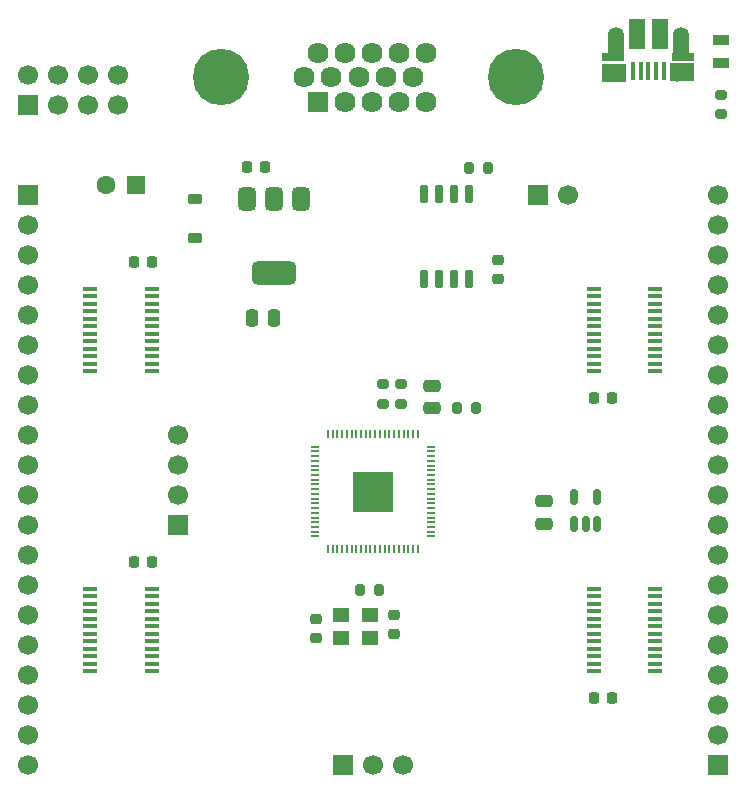
<source format=gts>
G04 #@! TF.GenerationSoftware,KiCad,Pcbnew,9.0.1*
G04 #@! TF.CreationDate,2025-04-14T17:52:09+10:00*
G04 #@! TF.ProjectId,RP2350B_LevelShift,52503233-3530-4425-9f4c-6576656c5368,rev?*
G04 #@! TF.SameCoordinates,Original*
G04 #@! TF.FileFunction,Soldermask,Top*
G04 #@! TF.FilePolarity,Negative*
%FSLAX46Y46*%
G04 Gerber Fmt 4.6, Leading zero omitted, Abs format (unit mm)*
G04 Created by KiCad (PCBNEW 9.0.1) date 2025-04-14 17:52:09*
%MOMM*%
%LPD*%
G01*
G04 APERTURE LIST*
G04 Aperture macros list*
%AMRoundRect*
0 Rectangle with rounded corners*
0 $1 Rounding radius*
0 $2 $3 $4 $5 $6 $7 $8 $9 X,Y pos of 4 corners*
0 Add a 4 corners polygon primitive as box body*
4,1,4,$2,$3,$4,$5,$6,$7,$8,$9,$2,$3,0*
0 Add four circle primitives for the rounded corners*
1,1,$1+$1,$2,$3*
1,1,$1+$1,$4,$5*
1,1,$1+$1,$6,$7*
1,1,$1+$1,$8,$9*
0 Add four rect primitives between the rounded corners*
20,1,$1+$1,$2,$3,$4,$5,0*
20,1,$1+$1,$4,$5,$6,$7,0*
20,1,$1+$1,$6,$7,$8,$9,0*
20,1,$1+$1,$8,$9,$2,$3,0*%
G04 Aperture macros list end*
%ADD10RoundRect,0.150000X0.150000X-0.512500X0.150000X0.512500X-0.150000X0.512500X-0.150000X-0.512500X0*%
%ADD11R,0.780000X0.220000*%
%ADD12R,0.220000X0.780000*%
%ADD13C,0.425000*%
%ADD14R,3.400000X3.400000*%
%ADD15RoundRect,0.225000X-0.375000X0.225000X-0.375000X-0.225000X0.375000X-0.225000X0.375000X0.225000X0*%
%ADD16RoundRect,0.200000X-0.275000X0.200000X-0.275000X-0.200000X0.275000X-0.200000X0.275000X0.200000X0*%
%ADD17R,1.400000X0.950000*%
%ADD18R,1.700000X1.700000*%
%ADD19C,1.700000*%
%ADD20RoundRect,0.250000X-0.475000X0.250000X-0.475000X-0.250000X0.475000X-0.250000X0.475000X0.250000X0*%
%ADD21RoundRect,0.200000X0.200000X0.275000X-0.200000X0.275000X-0.200000X-0.275000X0.200000X-0.275000X0*%
%ADD22R,1.400000X1.200000*%
%ADD23RoundRect,0.225000X-0.250000X0.225000X-0.250000X-0.225000X0.250000X-0.225000X0.250000X0.225000X0*%
%ADD24RoundRect,0.150000X-0.150000X0.650000X-0.150000X-0.650000X0.150000X-0.650000X0.150000X0.650000X0*%
%ADD25R,0.400000X1.650000*%
%ADD26R,1.825000X0.700000*%
%ADD27R,2.000000X1.500000*%
%ADD28R,1.350000X2.000000*%
%ADD29O,1.350000X1.700000*%
%ADD30O,1.100000X1.500000*%
%ADD31R,1.430000X2.500000*%
%ADD32C,4.770000*%
%ADD33R,1.785000X1.785000*%
%ADD34C,1.785000*%
%ADD35RoundRect,0.200000X-0.200000X-0.275000X0.200000X-0.275000X0.200000X0.275000X-0.200000X0.275000X0*%
%ADD36RoundRect,0.225000X0.225000X0.250000X-0.225000X0.250000X-0.225000X-0.250000X0.225000X-0.250000X0*%
%ADD37R,1.600000X1.600000*%
%ADD38C,1.600000*%
%ADD39RoundRect,0.375000X-0.375000X0.625000X-0.375000X-0.625000X0.375000X-0.625000X0.375000X0.625000X0*%
%ADD40RoundRect,0.500000X-1.400000X0.500000X-1.400000X-0.500000X1.400000X-0.500000X1.400000X0.500000X0*%
%ADD41R,1.200000X0.400000*%
%ADD42RoundRect,0.225000X-0.225000X-0.250000X0.225000X-0.250000X0.225000X0.250000X-0.225000X0.250000X0*%
%ADD43RoundRect,0.250000X-0.250000X-0.475000X0.250000X-0.475000X0.250000X0.475000X-0.250000X0.475000X0*%
%ADD44RoundRect,0.200000X0.275000X-0.200000X0.275000X0.200000X-0.275000X0.200000X-0.275000X-0.200000X0*%
%ADD45RoundRect,0.225000X0.250000X-0.225000X0.250000X0.225000X-0.250000X0.225000X-0.250000X-0.225000X0*%
G04 APERTURE END LIST*
D10*
X183435000Y-124337500D03*
X184385000Y-124337500D03*
X185335000Y-124337500D03*
X185335000Y-122062500D03*
X183435000Y-122062500D03*
D11*
X161473500Y-117825000D03*
X161473500Y-118225000D03*
X161473500Y-118625000D03*
X161473500Y-119025000D03*
X161473500Y-119425000D03*
X161473500Y-119825000D03*
X161473500Y-120225000D03*
X161473500Y-120625000D03*
X161473500Y-121025000D03*
X161473500Y-121425000D03*
X161473500Y-121825000D03*
X161473500Y-122225000D03*
X161473500Y-122625000D03*
X161473500Y-123025000D03*
X161473500Y-123425000D03*
X161473500Y-123825000D03*
X161473500Y-124225000D03*
X161473500Y-124625000D03*
X161473500Y-125025000D03*
X161473500Y-125425000D03*
D12*
X162570000Y-126521500D03*
X162970000Y-126521500D03*
X163370000Y-126521500D03*
X163770000Y-126521500D03*
X164170000Y-126521500D03*
X164570000Y-126521500D03*
X164970000Y-126521500D03*
X165370000Y-126521500D03*
X165770000Y-126521500D03*
X166170000Y-126521500D03*
X166570000Y-126521500D03*
X166970000Y-126521500D03*
X167370000Y-126521500D03*
X167770000Y-126521500D03*
X168170000Y-126521500D03*
X168570000Y-126521500D03*
X168970000Y-126521500D03*
X169370000Y-126521500D03*
X169770000Y-126521500D03*
X170170000Y-126521500D03*
D11*
X171266500Y-125425000D03*
X171266500Y-125025000D03*
X171266500Y-124625000D03*
X171266500Y-124225000D03*
X171266500Y-123825000D03*
X171266500Y-123425000D03*
X171266500Y-123025000D03*
X171266500Y-122625000D03*
X171266500Y-122225000D03*
X171266500Y-121825000D03*
X171266500Y-121425000D03*
X171266500Y-121025000D03*
X171266500Y-120625000D03*
X171266500Y-120225000D03*
X171266500Y-119825000D03*
X171266500Y-119425000D03*
X171266500Y-119025000D03*
X171266500Y-118625000D03*
X171266500Y-118225000D03*
X171266500Y-117825000D03*
D12*
X170170000Y-116728500D03*
X169770000Y-116728500D03*
X169370000Y-116728500D03*
X168970000Y-116728500D03*
X168570000Y-116728500D03*
X168170000Y-116728500D03*
X167770000Y-116728500D03*
X167370000Y-116728500D03*
X166970000Y-116728500D03*
X166570000Y-116728500D03*
X166170000Y-116728500D03*
X165770000Y-116728500D03*
X165370000Y-116728500D03*
X164970000Y-116728500D03*
X164570000Y-116728500D03*
X164170000Y-116728500D03*
X163770000Y-116728500D03*
X163370000Y-116728500D03*
X162970000Y-116728500D03*
X162570000Y-116728500D03*
D13*
X165370000Y-120625000D03*
X165370000Y-121625000D03*
X165370000Y-122625000D03*
X166370000Y-120625000D03*
X166370000Y-121625000D03*
D14*
X166370000Y-121625000D03*
D13*
X166370000Y-122625000D03*
X167370000Y-120625000D03*
X167370000Y-121625000D03*
X167370000Y-122625000D03*
D15*
X151300000Y-96850000D03*
X151300000Y-100150000D03*
D16*
X195840000Y-88015000D03*
X195840000Y-89665000D03*
D17*
X195840000Y-83400000D03*
X195840000Y-85300000D03*
D18*
X163830000Y-144780000D03*
D19*
X166370000Y-144780000D03*
X168910000Y-144780000D03*
D20*
X171340000Y-112646500D03*
X171340000Y-114546500D03*
D21*
X176155000Y-94200000D03*
X174505000Y-94200000D03*
D22*
X166100000Y-132100000D03*
X163700000Y-132100000D03*
X163700000Y-134000000D03*
X166100000Y-134000000D03*
D23*
X177000000Y-102050000D03*
X177000000Y-103600000D03*
D24*
X174505000Y-96400000D03*
X173235000Y-96400000D03*
X171965000Y-96400000D03*
X170695000Y-96400000D03*
X170695000Y-103600000D03*
X171965000Y-103600000D03*
X173235000Y-103600000D03*
X174505000Y-103600000D03*
D25*
X190999866Y-86030545D03*
X190349866Y-86030545D03*
X189699866Y-86030545D03*
X189049866Y-86030545D03*
X188399866Y-86030545D03*
D26*
X192649866Y-84830545D03*
D27*
X192549866Y-86130545D03*
D28*
X192429866Y-84080545D03*
D29*
X192429866Y-83150545D03*
D30*
X192119866Y-86150545D03*
D31*
X190659866Y-82880545D03*
X188739866Y-82880545D03*
D30*
X187279866Y-86150545D03*
D29*
X186969866Y-83150545D03*
D28*
X186949866Y-84080545D03*
D27*
X186799866Y-86150545D03*
D26*
X186699866Y-84830545D03*
D21*
X175125000Y-114546500D03*
X173475000Y-114546500D03*
D32*
X178527433Y-86565000D03*
X153537433Y-86565000D03*
D33*
X161717433Y-88665000D03*
D34*
X164007433Y-88665000D03*
X166297433Y-88665000D03*
X168587433Y-88665000D03*
X170877433Y-88665000D03*
X160577433Y-86565000D03*
X162867433Y-86565000D03*
X165157433Y-86565000D03*
X167447433Y-86565000D03*
X169737433Y-86565000D03*
X161717433Y-84485000D03*
X164007433Y-84485000D03*
X166297433Y-84485000D03*
X168587433Y-84485000D03*
X170877433Y-84485000D03*
D35*
X165275000Y-130000000D03*
X166925000Y-130000000D03*
D36*
X186630000Y-139100000D03*
X185080000Y-139100000D03*
D18*
X149860000Y-124460000D03*
D19*
X149860000Y-121920000D03*
X149860000Y-119380000D03*
X149860000Y-116840000D03*
D37*
X146300000Y-95700000D03*
D38*
X143800000Y-95700000D03*
D18*
X137160000Y-88900000D03*
D19*
X137160000Y-86360000D03*
X139700000Y-88900000D03*
X139700000Y-86360000D03*
X142240000Y-88900000D03*
X142240000Y-86360000D03*
X144780000Y-88900000D03*
X144780000Y-86360000D03*
D39*
X160300000Y-96850000D03*
X158000000Y-96850000D03*
D40*
X158000000Y-103150000D03*
D39*
X155700000Y-96850000D03*
D36*
X186630000Y-113700000D03*
X185080000Y-113700000D03*
D41*
X142460000Y-104457500D03*
X142460000Y-105092500D03*
X142460000Y-105727500D03*
X142460000Y-106362500D03*
X142460000Y-106997500D03*
X142460000Y-107632500D03*
X142460000Y-108267500D03*
X142460000Y-108902500D03*
X142460000Y-109537500D03*
X142460000Y-110172500D03*
X142460000Y-110807500D03*
X142460000Y-111442500D03*
X147660000Y-111442500D03*
X147660000Y-110807500D03*
X147660000Y-110172500D03*
X147660000Y-109537500D03*
X147660000Y-108902500D03*
X147660000Y-108267500D03*
X147660000Y-107632500D03*
X147660000Y-106997500D03*
X147660000Y-106362500D03*
X147660000Y-105727500D03*
X147660000Y-105092500D03*
X147660000Y-104457500D03*
D18*
X195580000Y-144780000D03*
D19*
X195580000Y-142240000D03*
X195580000Y-139700000D03*
X195580000Y-137160000D03*
X195580000Y-134620000D03*
X195580000Y-132080000D03*
X195580000Y-129540000D03*
X195580000Y-127000000D03*
X195580000Y-124460000D03*
X195580000Y-121920000D03*
X195580000Y-119380000D03*
X195580000Y-116840000D03*
X195580000Y-114300000D03*
X195580000Y-111760000D03*
X195580000Y-109220000D03*
X195580000Y-106680000D03*
X195580000Y-104140000D03*
X195580000Y-101600000D03*
X195580000Y-99060000D03*
X195580000Y-96520000D03*
D18*
X180340000Y-96520000D03*
D19*
X182880000Y-96520000D03*
D41*
X190280000Y-136842500D03*
X190280000Y-136207500D03*
X190280000Y-135572500D03*
X190280000Y-134937500D03*
X190280000Y-134302500D03*
X190280000Y-133667500D03*
X190280000Y-133032500D03*
X190280000Y-132397500D03*
X190280000Y-131762500D03*
X190280000Y-131127500D03*
X190280000Y-130492500D03*
X190280000Y-129857500D03*
X185080000Y-129857500D03*
X185080000Y-130492500D03*
X185080000Y-131127500D03*
X185080000Y-131762500D03*
X185080000Y-132397500D03*
X185080000Y-133032500D03*
X185080000Y-133667500D03*
X185080000Y-134302500D03*
X185080000Y-134937500D03*
X185080000Y-135572500D03*
X185080000Y-136207500D03*
X185080000Y-136842500D03*
D20*
X180900000Y-122437500D03*
X180900000Y-124337500D03*
D42*
X146110000Y-127600000D03*
X147660000Y-127600000D03*
D18*
X137160000Y-96520000D03*
D19*
X137160000Y-99060000D03*
X137160000Y-101600000D03*
X137160000Y-104140000D03*
X137160000Y-106680000D03*
X137160000Y-109220000D03*
X137160000Y-111760000D03*
X137160000Y-114300000D03*
X137160000Y-116840000D03*
X137160000Y-119380000D03*
X137160000Y-121920000D03*
X137160000Y-124460000D03*
X137160000Y-127000000D03*
X137160000Y-129540000D03*
X137160000Y-132080000D03*
X137160000Y-134620000D03*
X137160000Y-137160000D03*
X137160000Y-139700000D03*
X137160000Y-142240000D03*
X137160000Y-144780000D03*
D36*
X157250000Y-94150000D03*
X155700000Y-94150000D03*
D43*
X156100000Y-106950000D03*
X158000000Y-106950000D03*
D41*
X142460000Y-129857500D03*
X142460000Y-130492500D03*
X142460000Y-131127500D03*
X142460000Y-131762500D03*
X142460000Y-132397500D03*
X142460000Y-133032500D03*
X142460000Y-133667500D03*
X142460000Y-134302500D03*
X142460000Y-134937500D03*
X142460000Y-135572500D03*
X142460000Y-136207500D03*
X142460000Y-136842500D03*
X147660000Y-136842500D03*
X147660000Y-136207500D03*
X147660000Y-135572500D03*
X147660000Y-134937500D03*
X147660000Y-134302500D03*
X147660000Y-133667500D03*
X147660000Y-133032500D03*
X147660000Y-132397500D03*
X147660000Y-131762500D03*
X147660000Y-131127500D03*
X147660000Y-130492500D03*
X147660000Y-129857500D03*
D23*
X161600000Y-132450000D03*
X161600000Y-134000000D03*
D44*
X167195000Y-114201500D03*
X167195000Y-112551500D03*
D45*
X168200000Y-133650000D03*
X168200000Y-132100000D03*
D41*
X190280000Y-111442500D03*
X190280000Y-110807500D03*
X190280000Y-110172500D03*
X190280000Y-109537500D03*
X190280000Y-108902500D03*
X190280000Y-108267500D03*
X190280000Y-107632500D03*
X190280000Y-106997500D03*
X190280000Y-106362500D03*
X190280000Y-105727500D03*
X190280000Y-105092500D03*
X190280000Y-104457500D03*
X185080000Y-104457500D03*
X185080000Y-105092500D03*
X185080000Y-105727500D03*
X185080000Y-106362500D03*
X185080000Y-106997500D03*
X185080000Y-107632500D03*
X185080000Y-108267500D03*
X185080000Y-108902500D03*
X185080000Y-109537500D03*
X185080000Y-110172500D03*
X185080000Y-110807500D03*
X185080000Y-111442500D03*
D42*
X146110000Y-102200000D03*
X147660000Y-102200000D03*
D44*
X168795000Y-114201500D03*
X168795000Y-112551500D03*
M02*

</source>
